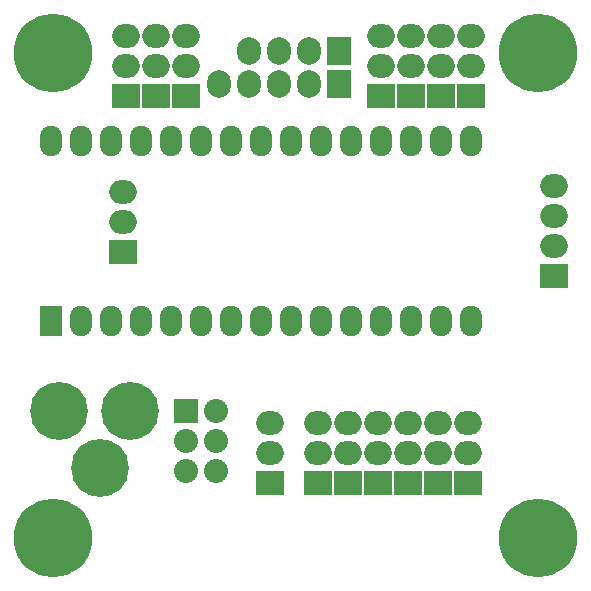
<source format=gbs>
G04 #@! TF.FileFunction,Soldermask,Bot*
%FSLAX46Y46*%
G04 Gerber Fmt 4.6, Leading zero omitted, Abs format (unit mm)*
G04 Created by KiCad (PCBNEW 4.0.1-stable) date 3/13/2016 11:44:40 AM*
%MOMM*%
G01*
G04 APERTURE LIST*
%ADD10C,0.150000*%
%ADD11C,6.654800*%
%ADD12R,1.879600X2.590800*%
%ADD13O,1.879600X2.590800*%
%ADD14C,4.904800*%
%ADD15R,2.336800X2.032000*%
%ADD16O,2.336800X2.032000*%
%ADD17R,2.032000X2.032000*%
%ADD18O,2.032000X2.032000*%
%ADD19R,2.032000X2.336800*%
%ADD20O,2.032000X2.336800*%
G04 APERTURE END LIST*
D10*
D11*
X4000000Y-45000000D03*
X45000000Y-45000000D03*
X45000000Y-4000000D03*
X4000000Y-4000000D03*
D12*
X3810000Y-26670000D03*
D13*
X6350000Y-26670000D03*
X8890000Y-26670000D03*
X11430000Y-26670000D03*
X13970000Y-26670000D03*
X16510000Y-26670000D03*
X19050000Y-26670000D03*
X21590000Y-26670000D03*
X24130000Y-26670000D03*
X26670000Y-26670000D03*
X29210000Y-26670000D03*
X31750000Y-26670000D03*
X34290000Y-26670000D03*
X36830000Y-26670000D03*
X39370000Y-26670000D03*
X39370000Y-11430000D03*
X36830000Y-11430000D03*
X34290000Y-11430000D03*
X31750000Y-11430000D03*
X29210000Y-11430000D03*
X26670000Y-11430000D03*
X24130000Y-11430000D03*
X21590000Y-11430000D03*
X19050000Y-11430000D03*
X16510000Y-11430000D03*
X13970000Y-11430000D03*
X11430000Y-11430000D03*
X8890000Y-11430000D03*
X6350000Y-11430000D03*
X3810000Y-11430000D03*
D14*
X4445000Y-34290000D03*
X10445000Y-34290000D03*
X7945000Y-39090000D03*
D15*
X26416000Y-40386000D03*
D16*
X26416000Y-37846000D03*
X26416000Y-35306000D03*
D15*
X28956000Y-40386000D03*
D16*
X28956000Y-37846000D03*
X28956000Y-35306000D03*
D15*
X31496000Y-40386000D03*
D16*
X31496000Y-37846000D03*
X31496000Y-35306000D03*
D15*
X34036000Y-40386000D03*
D16*
X34036000Y-37846000D03*
X34036000Y-35306000D03*
D15*
X36576000Y-40386000D03*
D16*
X36576000Y-37846000D03*
X36576000Y-35306000D03*
D15*
X39116000Y-40386000D03*
D16*
X39116000Y-37846000D03*
X39116000Y-35306000D03*
D17*
X15240000Y-34290000D03*
D18*
X17780000Y-34290000D03*
X15240000Y-36830000D03*
X17780000Y-36830000D03*
X15240000Y-39370000D03*
X17780000Y-39370000D03*
D15*
X10160000Y-7620000D03*
D16*
X10160000Y-5080000D03*
X10160000Y-2540000D03*
D15*
X12700000Y-7620000D03*
D16*
X12700000Y-5080000D03*
X12700000Y-2540000D03*
D15*
X15240000Y-7620000D03*
D16*
X15240000Y-5080000D03*
X15240000Y-2540000D03*
D15*
X31750000Y-7620000D03*
D16*
X31750000Y-5080000D03*
X31750000Y-2540000D03*
D15*
X34290000Y-7620000D03*
D16*
X34290000Y-5080000D03*
X34290000Y-2540000D03*
D15*
X36830000Y-7620000D03*
D16*
X36830000Y-5080000D03*
X36830000Y-2540000D03*
D15*
X39370000Y-7620000D03*
D16*
X39370000Y-5080000D03*
X39370000Y-2540000D03*
D15*
X46355000Y-22860000D03*
D16*
X46355000Y-20320000D03*
X46355000Y-17780000D03*
X46355000Y-15240000D03*
D19*
X28194000Y-6604000D03*
D20*
X25654000Y-6604000D03*
X23114000Y-6604000D03*
X20574000Y-6604000D03*
X18034000Y-6604000D03*
D19*
X28194000Y-3810000D03*
D20*
X25654000Y-3810000D03*
X23114000Y-3810000D03*
X20574000Y-3810000D03*
D15*
X22352000Y-40386000D03*
D16*
X22352000Y-37846000D03*
X22352000Y-35306000D03*
D15*
X9906000Y-20828000D03*
D16*
X9906000Y-18288000D03*
X9906000Y-15748000D03*
M02*

</source>
